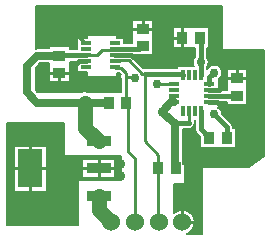
<source format=gtl>
%FSLAX23Y23*%
%MOIN*%
G04 EasyPC Gerber Version 16.0.6 Build 3249 *
%ADD119R,0.01181X0.03740*%
%ADD97R,0.03740X0.04331*%
%ADD118R,0.08465X0.12795*%
%ADD10C,0.00500*%
%ADD88C,0.01000*%
%ADD15C,0.01500*%
%ADD89C,0.02500*%
%ADD115C,0.03000*%
%ADD121C,0.05000*%
%ADD14C,0.06000*%
%ADD116R,0.03248X0.01181*%
%ADD120R,0.03740X0.01181*%
%ADD98R,0.04331X0.03740*%
%ADD117R,0.08465X0.03740*%
X0Y0D02*
D02*
D10*
X125Y463D02*
Y123D01*
X360*
Y273*
X505*
Y353*
X315*
Y463*
X125*
X256Y389D02*
Y236D01*
X147*
Y389*
X256*
X485Y281D02*
X375D01*
Y344*
X485*
Y281*
X125Y313D02*
G36*
Y123D01*
X360*
Y273*
X505*
Y313*
X485*
Y281*
X375*
Y313*
X256*
Y236*
X147*
Y313*
X125*
G37*
X147D02*
G36*
Y389D01*
X256*
Y313*
X375*
Y344*
X485*
Y313*
X505*
Y353*
X315*
Y463*
X125*
Y313*
X147*
G37*
X220Y573D02*
X225Y568D01*
X371*
G75*
G02X398I13J-35*
G01*
X503*
Y610*
G75*
G02X503Y625I17J8*
G01*
X498Y630*
X490*
Y618*
X390*
Y633*
X358*
Y669*
X333*
Y601*
X264*
Y663*
X235*
X220Y647*
Y573*
G36*
X225Y568*
X371*
G75*
G02X398I13J-35*
G01*
X503*
Y610*
G75*
G02X503Y625I17J8*
G01*
X498Y630*
X490*
Y618*
X390*
Y633*
X358*
Y669*
X333*
Y601*
X264*
Y663*
X235*
X220Y647*
Y573*
G37*
Y712D02*
G75*
G02X225Y713I5J-24D01*
G01*
X264*
Y720*
X333*
Y712*
X358*
Y748*
X390*
Y758*
X490*
Y748*
X513*
Y730*
X542*
Y809*
X610*
Y690*
X542*
Y690*
X531*
G75*
G02X542Y685I-1J-17*
G01*
X579Y648*
G75*
G02X593Y648I6J-21*
G01*
X692*
Y654*
X746*
G75*
G02X750Y686I24J13*
G01*
Y715*
X678*
Y783*
X798*
Y715*
X790*
Y686*
G75*
G02Y649I-20J-19*
G01*
Y644*
G75*
G02X842Y632I25J-11*
G01*
G75*
G02X831Y610I-28*
G01*
Y576*
X857*
Y644*
X925*
Y525*
X857*
Y533*
X831*
Y516*
X829*
G75*
G02X842Y493I-14J-24*
G01*
X871Y465*
G75*
G02X876Y451I-14J-14*
G01*
Y448*
X888*
Y380*
X768*
Y417*
X756Y429*
G75*
G02X750Y443I14J14*
G01*
Y474*
X750*
Y466*
G75*
G02X750Y463I-20J-3*
G01*
G75*
G02X730Y443I-20*
G01*
X710*
Y328*
X718*
Y260*
X680*
Y164*
G75*
G02X751Y133I29J-31*
G01*
G75*
G02X723Y93I-43*
G01*
X775*
Y318*
X930*
X980Y353*
Y708*
X840*
Y853*
X220*
Y712*
G36*
G75*
G02X225Y713I5J-24*
G01*
X264*
Y720*
X333*
Y712*
X358*
Y748*
X390*
Y758*
X490*
Y748*
X513*
Y730*
X542*
Y809*
X610*
Y690*
X542*
Y690*
X531*
G75*
G02X542Y685I-1J-17*
G01*
X579Y648*
G75*
G02X593Y648I6J-21*
G01*
X692*
Y654*
X746*
G75*
G02X750Y686I24J13*
G01*
Y715*
X678*
Y783*
X798*
Y715*
X790*
Y686*
G75*
G02Y649I-20J-19*
G01*
Y644*
G75*
G02X842Y632I25J-11*
G01*
G75*
G02X831Y610I-28*
G01*
Y576*
X857*
Y644*
X925*
Y525*
X857*
Y533*
X831*
Y516*
X829*
G75*
G02X842Y493I-14J-24*
G01*
X871Y465*
G75*
G02X876Y451I-14J-14*
G01*
Y448*
X888*
Y380*
X768*
Y417*
X756Y429*
G75*
G02X750Y443I14J14*
G01*
Y474*
X750*
Y466*
G75*
G02X750Y463I-20J-3*
G01*
G75*
G02X730Y443I-20*
G01*
X710*
Y328*
X718*
Y260*
X680*
Y164*
G75*
G02X751Y133I29J-31*
G01*
G75*
G02X723Y93I-43*
G01*
X775*
Y318*
X930*
X980Y353*
Y708*
X840*
Y853*
X220*
Y712*
G37*
D02*
D14*
X472Y133D03*
X551D03*
X630D03*
X709D03*
D02*
D15*
X386Y671D02*
X363D01*
X340Y648*
X386Y690D02*
X300D01*
X299Y689*
X484Y690D02*
X537D01*
X545Y683*
X484Y710D02*
X565D01*
X576Y721*
X585Y627D02*
X707D01*
X711Y623*
X685Y463D02*
X680D01*
X730D02*
X685D01*
X770Y505D02*
Y443D01*
X799Y414*
X770Y668D02*
Y745D01*
X766Y749*
X770Y668D02*
Y623D01*
X799Y535D02*
X823D01*
X850Y508*
X799Y554D02*
X890D01*
X891Y556*
X799Y574D02*
X831D01*
X845Y588*
X799Y594D02*
Y617D01*
X815Y632*
X856Y414D02*
Y451D01*
X815Y493*
D02*
D88*
X164Y313D02*
X144D01*
X202Y254D02*
Y234D01*
Y371D02*
Y391D01*
X239Y313D02*
X259D01*
X282Y632D02*
X262D01*
X299Y618D02*
Y598D01*
X315Y632D02*
X335D01*
X384Y732D02*
X365Y751D01*
X386Y690D02*
X423D01*
X440Y708*
X481*
X484Y710*
X393Y313D02*
X373D01*
X430Y299D02*
Y279D01*
Y326D02*
Y346D01*
X467Y313D02*
X487D01*
X520Y531D02*
Y618D01*
X545*
X550Y613*
X520Y618D02*
Y632D01*
X505Y648*
X487*
X484Y651*
X551Y133D02*
X550D01*
Y348*
X529Y369*
Y523*
X520Y531*
X559Y778D02*
X539D01*
X576Y792D02*
Y812D01*
X585Y627D02*
X575D01*
X530Y673*
X502*
X500Y671*
X484*
X593Y778D02*
X613D01*
X625Y593D02*
X680D01*
X681Y594*
X629Y314D02*
Y358D01*
X585Y403*
Y627*
X629Y314D02*
Y133D01*
X630Y133*
X696Y749D02*
X676D01*
X709Y158D02*
Y178D01*
X709Y732D02*
Y712D01*
Y765D02*
Y785D01*
X730Y505D02*
Y483D01*
X730Y483*
Y463*
X734Y133D02*
X754D01*
X874Y613D02*
X854D01*
X891Y627D02*
Y647D01*
X908Y613D02*
X928D01*
D02*
D89*
X350Y532D02*
X225D01*
X190Y568*
Y653*
X225Y688*
X297*
X299Y689*
X350Y532D02*
X462D01*
X463Y531*
X680Y463D02*
X640Y502D01*
X681Y535D02*
X672D01*
X640Y502*
X685Y463D02*
Y317D01*
X686Y316*
Y314*
D02*
D97*
X463Y531D03*
X520D03*
X629Y314D03*
X686D03*
X709Y749D03*
X766D03*
X799Y414D03*
X856D03*
D02*
D98*
X299Y632D03*
Y689D03*
X576Y721D03*
Y778D03*
X891Y556D03*
Y613D03*
D02*
D115*
X145Y147D03*
X160Y438D03*
X240Y147D03*
X255Y808D03*
X295Y433D03*
X335Y147D03*
X350Y532D03*
X385D03*
X390Y588D03*
Y808D03*
X505Y288D03*
Y328D03*
Y808D03*
X550Y613D03*
X625Y593D03*
X640Y502D03*
X655Y673D03*
X670Y833D03*
X705Y243D03*
X710Y198D03*
X760Y188D03*
Y248D03*
Y323D03*
X770Y668D03*
X810Y833D03*
X815Y493D03*
Y632D03*
X945Y458D03*
X960Y688D03*
D02*
D116*
X386Y651D03*
Y671D03*
Y690D03*
Y710D03*
Y730D03*
X484Y651D03*
Y671D03*
Y690D03*
Y710D03*
Y730D03*
D02*
D117*
X430Y222D03*
Y313D03*
Y403D03*
D02*
D118*
X202Y313D03*
D02*
D119*
X711Y505D03*
Y623D03*
X730Y505D03*
Y623D03*
X750Y505D03*
Y623D03*
X770Y505D03*
Y623D03*
D02*
D120*
X681Y535D03*
Y554D03*
Y574D03*
Y594D03*
X799Y535D03*
Y554D03*
Y574D03*
Y594D03*
D02*
D121*
X385Y532D02*
Y448D01*
X430Y403*
Y222D02*
Y175D01*
X472Y133*
X0Y0D02*
M02*

</source>
